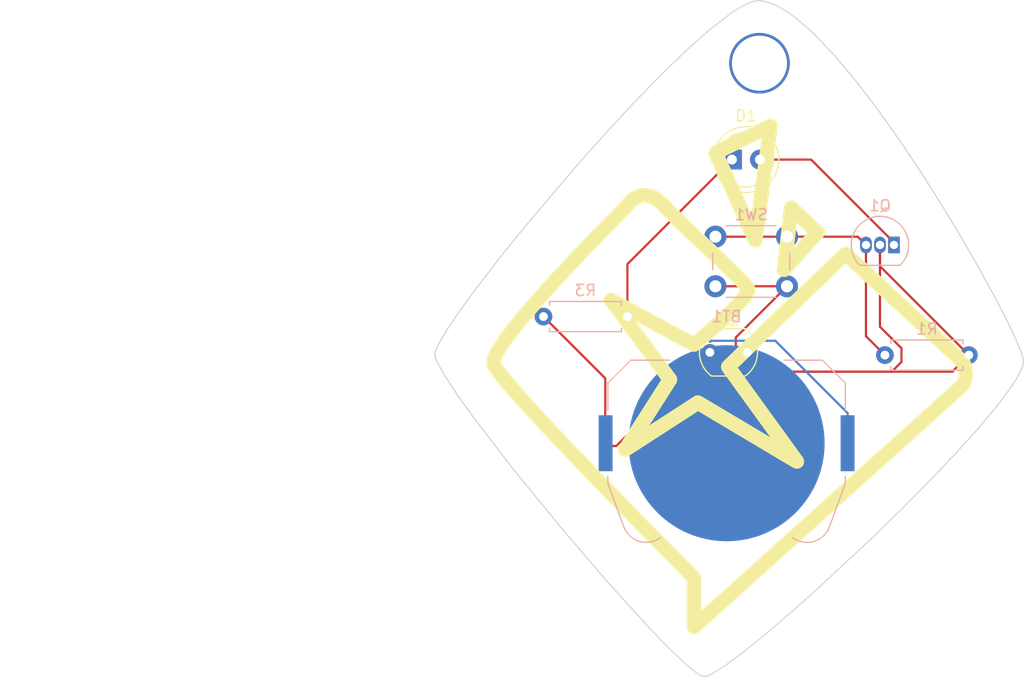
<source format=kicad_pcb>
(kicad_pcb (version 20241229) (generator "pcbnew") (generator_version "9.0")
  (layers (0 "F.Cu" signal) (2 "B.Cu" signal) (13 "F.Paste" user) (15 "B.Paste" user) (5 "F.SilkS" user "F.Silkscreen") (7 "B.SilkS" user "B.Silkscreen") (1 "F.Mask" user) (3 "B.Mask" user) (25 "Edge.Cuts" user))
  (net 0 "")
  (net 1 "Net-(BT1--)")
  (net 2 "Net-(BT1-+)")
  (net 3 "Net-(D1-K)")
  (net 4 "Net-(D1-A)")
  (net 5 "Net-(Q1-B)")
  (net 6 "Net-(Q1-E)")
  (footprint "OptoDevice:R_LDR_5.1x4.3mm_P3.4mm_Vertical" (layer "F.Cu") (at 226.25 69.25)
    (property "Reference" "R2" (at 1.7 -2.9 0) (layer "F.SilkS"))
    (property "Value" "R_Photo")
    (fp_line (start 0.15 -2.15) (end 3.2 -2.15) (stroke (width 0.12)) (layer "F.SilkS"))
    (fp_line (start 0.15 2.15) (end 3.2 2.15) (stroke (width 0.12)) (layer "F.SilkS"))
    (fp_arc (start 0.15 2.15) (mid -0.950438 -0.013368) (end 0.171766 -2.165525) (stroke (width 0.12)) (layer "F.SilkS"))
    (fp_arc (start 3.2 -2.15) (mid 4.321403 -0.027338) (end 3.244513 2.118249) (stroke (width 0.12)) (layer "F.SilkS"))
    (pad "1" thru_hole circle (at 0 0) (size 1.5 1.5) (drill 0.8) (layers "*.Cu" "*.Mask") (net 2 "Net-(BT1-+)"))
    (pad "2" thru_hole circle (at 3.4 0) (size 1.5 1.5) (drill 0.8) (layers "*.Cu" "*.Mask") (net 5 "Net-(Q1-B)"))
  )
  (footprint "LED_THT:LED_D5.0mm" (layer "F.Cu") (at 228.25 51.75)
    (property "Reference" "D1" (at 1.27 -3.96 0) (layer "F.SilkS"))
    (property "Value" "LED")
    (fp_line (start -1.29 -1.545) (end -1.29 1.545) (stroke (width 0.12)) (layer "F.SilkS"))
    (fp_arc (start -1.29 -1.54483) (mid 2.071779 -2.880495) (end 4.26 0) (stroke (width 0.12)) (layer "F.SilkS"))
    (fp_arc (start 4.26 0) (mid 2.071779 2.880495) (end -1.29 1.54483) (stroke (width 0.12)) (layer "F.SilkS"))
    (fp_circle (center 1.27 0) (end 3.77 0) (stroke (width 0.12)) (fill no) (layer "F.SilkS"))
    (pad "1" thru_hole rect (at 0 0) (size 1.8 1.8) (drill 0.9) (layers "*.Cu" "*.Mask") (net 3 "Net-(D1-K)"))
    (pad "2" thru_hole circle (at 2.54 0) (size 1.8 1.8) (drill 0.9) (layers "*.Cu" "*.Mask") (net 4 "Net-(D1-A)"))
  )
  (footprint "Package_TO_SOT_THT:TO-92_Inline" (layer "B.Cu") (at 242.96 59.5 180)
    (property "Reference" "Q1" (at 1.27 3.56 0) (layer "B.SilkS") (effects (justify mirror)))
    (property "Value" "BC547")
    (fp_line (start -0.53 -1.85) (end 3.07 -1.85) (stroke (width 0.12)) (layer "B.SilkS"))
    (fp_arc (start 3.108478 -1.838478) (mid 3.672087 0.994977) (end 1.27 2.6) (stroke (width 0.12)) (layer "B.SilkS"))
    (fp_arc (start 1.27 2.6) (mid -1.132087 0.994977) (end -0.568478 -1.838478) (stroke (width 0.12)) (layer "B.SilkS"))
    (pad "1" thru_hole rect (at 0 0 180) (size 1.05 1.5) (drill 0.75) (layers "*.Cu" "*.Mask") (net 4 "Net-(D1-A)"))
    (pad "2" thru_hole oval (at 1.27 0 180) (size 1.05 1.5) (drill 0.75) (layers "*.Cu" "*.Mask") (net 5 "Net-(Q1-B)"))
    (pad "3" thru_hole oval (at 2.54 0 180) (size 1.05 1.5) (drill 0.75) (layers "*.Cu" "*.Mask") (net 6 "Net-(Q1-E)"))
  )
  (footprint "Resistor_THT:R_Axial_DIN0207_L6.3mm_D2.5mm_P7.62mm_Horizontal" (layer "B.Cu") (at 249.76 69.5 180)
    (property "Reference" "R1" (at 3.81 2.37 0) (layer "B.SilkS") (effects (justify mirror)))
    (property "Value" "R")
    (fp_line (start 7.08 1.37) (end 7.08 1.04) (stroke (width 0.12)) (layer "B.SilkS"))
    (fp_line (start 7.08 -1.37) (end 7.08 -1.04) (stroke (width 0.12)) (layer "B.SilkS"))
    (fp_line (start 0.54 1.37) (end 7.08 1.37) (stroke (width 0.12)) (layer "B.SilkS"))
    (fp_line (start 0.54 1.04) (end 0.54 1.37) (stroke (width 0.12)) (layer "B.SilkS"))
    (fp_line (start 0.54 -1.04) (end 0.54 -1.37) (stroke (width 0.12)) (layer "B.SilkS"))
    (fp_line (start 0.54 -1.37) (end 7.08 -1.37) (stroke (width 0.12)) (layer "B.SilkS"))
    (pad "1" thru_hole circle (at 0 0 180) (size 1.6 1.6) (drill 0.8) (layers "*.Cu" "*.Mask") (net 5 "Net-(Q1-B)"))
    (pad "2" thru_hole circle (at 7.62 0 180) (size 1.6 1.6) (drill 0.8) (layers "*.Cu" "*.Mask") (net 6 "Net-(Q1-E)"))
  )
  (footprint "Battery:BatteryHolder_Keystone_3034_1x20mm" (layer "B.Cu") (at 227.765 77.5 180)
    (property "Reference" "BT1" (at 0 11.5 0) (layer "B.SilkS") (effects (justify mirror)))
    (property "Value" "Battery_Cell")
    (fp_line (start 10.78 5.46) (end 10.78 3) (stroke (width 0.12)) (layer "B.SilkS"))
    (fp_line (start 10.78 -3) (end 10.78 -3.63) (stroke (width 0.12)) (layer "B.SilkS"))
    (fp_line (start 10.78 -3.63) (end 9.34 -7.58) (stroke (width 0.12)) (layer "B.SilkS"))
    (fp_line (start 8.7 7.54) (end 10.78 5.46) (stroke (width 0.12)) (layer "B.SilkS"))
    (fp_line (start 8.7 7.54) (end 5.2 7.54) (stroke (width 0.12)) (layer "B.SilkS"))
    (fp_line (start -5.2 7.54) (end -8.7 7.54) (stroke (width 0.12)) (layer "B.SilkS"))
    (fp_line (start -8.7 7.54) (end -10.78 5.46) (stroke (width 0.12)) (layer "B.SilkS"))
    (fp_line (start -10.78 5.46) (end -10.78 3) (stroke (width 0.12)) (layer "B.SilkS"))
    (fp_line (start -10.78 -3) (end -10.78 -3.63) (stroke (width 0.12)) (layer "B.SilkS"))
    (fp_line (start -10.78 -3.63) (end -9.34 -7.58) (stroke (width 0.12)) (layer "B.SilkS"))
    (fp_arc (start 6 -8.55) (mid 7.90634 -8.911669) (end 9.325243 -7.588169) (stroke (width 0.12)) (layer "B.SilkS"))
    (fp_arc (start -9.34 -7.58) (mid -7.921654 -8.918738) (end -6.003354 -8.56653) (stroke (width 0.12)) (layer "B.SilkS"))
    (pad "1" smd rect (at -10.985 0 180) (size 1.27 5.08) (layers "B.Cu" "B.Mask" "B.Paste") (net 2 "Net-(BT1-+)"))
    (pad "1" smd rect (at 10.985 0 180) (size 1.27 5.08) (layers "B.Cu" "B.Mask" "B.Paste") (net 2 "Net-(BT1-+)"))
    (pad "2" smd circle (at 0 0 180) (size 17.8 17.8) (layers "B.Cu" "B.Mask") (net 1 "Net-(BT1--)"))
  )
  (footprint "Resistor_THT:R_Axial_DIN0207_L6.3mm_D2.5mm_P7.62mm_Horizontal" (layer "B.Cu") (at 218.76 66 180)
    (property "Reference" "R3" (at 3.81 2.37 0) (layer "B.SilkS") (effects (justify mirror)))
    (property "Value" "R")
    (fp_line (start 7.08 1.37) (end 7.08 1.04) (stroke (width 0.12)) (layer "B.SilkS"))
    (fp_line (start 7.08 -1.37) (end 7.08 -1.04) (stroke (width 0.12)) (layer "B.SilkS"))
    (fp_line (start 0.54 1.37) (end 7.08 1.37) (stroke (width 0.12)) (layer "B.SilkS"))
    (fp_line (start 0.54 1.04) (end 0.54 1.37) (stroke (width 0.12)) (layer "B.SilkS"))
    (fp_line (start 0.54 -1.04) (end 0.54 -1.37) (stroke (width 0.12)) (layer "B.SilkS"))
    (fp_line (start 0.54 -1.37) (end 7.08 -1.37) (stroke (width 0.12)) (layer "B.SilkS"))
    (pad "1" thru_hole circle (at 0 0 180) (size 1.6 1.6) (drill 0.8) (layers "*.Cu" "*.Mask") (net 3 "Net-(D1-K)"))
    (pad "2" thru_hole circle (at 7.62 0 180) (size 1.6 1.6) (drill 0.8) (layers "*.Cu" "*.Mask") (net 2 "Net-(BT1-+)"))
  )
  (footprint "Button_Switch_THT:SW_PUSH_6mm" (layer "B.Cu") (at 233.25 58.75 180)
    (property "Reference" "SW1" (at 3.25 2 0) (layer "B.SilkS") (effects (justify mirror)))
    (property "Value" "SW_Push")
    (fp_line (start 6.75 -3) (end 6.75 -1.5) (stroke (width 0.12)) (layer "B.SilkS"))
    (fp_line (start 5.5 1) (end 1 1) (stroke (width 0.12)) (layer "B.SilkS"))
    (fp_line (start 1 -5.5) (end 5.5 -5.5) (stroke (width 0.12)) (layer "B.SilkS"))
    (fp_line (start -0.25 -1.5) (end -0.25 -3) (stroke (width 0.12)) (layer "B.SilkS"))
    (pad "1" thru_hole circle (at 0 0 90) (size 2 2) (drill 1.1) (layers "*.Cu" "*.Mask") (net 6 "Net-(Q1-E)"))
    (pad "1" thru_hole circle (at 6.5 0 90) (size 2 2) (drill 1.1) (layers "*.Cu" "*.Mask") (net 6 "Net-(Q1-E)"))
    (pad "2" thru_hole circle (at 0 -4.5 90) (size 2 2) (drill 1.1) (layers "*.Cu" "*.Mask") (net 1 "Net-(BT1--)"))
    (pad "2" thru_hole circle (at 6.5 -4.5 90) (size 2 2) (drill 1.1) (layers "*.Cu" "*.Mask") (net 1 "Net-(BT1--)"))
  )
  (gr_poly (pts (xy 230.376108 59.07595) (xy 226.754387 51.130036) (xy 231.752365 48.674039)) (stroke (width 1.322916) (color 255 255 255 1)) (fill no) (layer "F.SilkS"))
  (gr_poly (pts (xy 236.026049 58.353584) (xy 232.98387 61.748665) (xy 233.635537 56.114283)) (stroke (width 1.322916) (color 255 255 255 1)) (fill no) (layer "F.SilkS"))
  (gr_poly (pts (xy 220.5 55) (xy 220.629399 55.020752) (xy 220.761971 55.052792) (xy 220.897721 55.096667) (xy 221.036656 55.152925) (xy 221.17878 55.22211) (xy 221.3241 55.304769) (xy 221.472621 55.40145) (xy 221.62435 55.512697) (xy 221.779292 55.639057) (xy 221.937453 55.781078) (xy 222.098839 55.939304) (xy 222.263455 56.114283) (xy 222.670691 56.548614) (xy 223.147553 57.032466) (xy 224.257224 58.109791) (xy 226.729854 60.430356) (xy 227.881093 61.517839) (xy 228.834471 62.452952) (xy 229.20388 62.839032) (xy 229.484127 63.157815) (xy 229.661979 63.399567) (xy 229.708372 63.488514) (xy 229.724203 63.554552) (xy 229.710074 63.65147) (xy 229.668887 63.765279) (xy 229.602447 63.89467) (xy 229.512558 64.038331) (xy 229.269647 64.363232) (xy 228.954584 64.729506) (xy 228.5818 65.126677) (xy 228.165724 65.544271) (xy 227.720788 65.971811) (xy 227.261422 66.398822) (xy 226.357119 67.209355) (xy 225.568259 67.892066) (xy 224.79864 68.538799) (xy 217.265477 64.49361) (xy 222.625618 71.717157) (xy 218.569291 78.073746) (xy 225.160828 73.811972) (xy 234.142742 79.15748) (xy 227.913315 70.56138) (xy 238.561287 60.30396) (xy 249.209179 70.127966) (xy 249.246101 70.189428) (xy 249.283645 70.272694) (xy 249.320623 70.375078) (xy 249.355847 70.49389) (xy 249.388129 70.626444) (xy 249.41628 70.770052) (xy 249.439113 70.922026) (xy 249.455438 71.079678) (xy 249.464067 71.240321) (xy 249.463812 71.401268) (xy 249.453486 71.55983) (xy 249.431899 71.71332) (xy 249.416511 71.787322) (xy 249.397863 71.859049) (xy 249.375805 71.928164) (xy 249.35019 71.994332) (xy 249.320868 72.057215) (xy 249.287691 72.116479) (xy 249.250511 72.171787) (xy 249.209179 72.222803) (xy 224.79864 94.182373) (xy 224.79864 89.703773) (xy 222.029154 86.921579) (xy 215.898259 80.665309) (xy 212.593014 77.21423) (xy 209.672294 74.070435) (xy 208.483722 72.736247) (xy 207.544391 71.625856) (xy 206.905338 70.788253) (xy 206.714364 70.487056) (xy 206.617599 70.272428) (xy 206.607274 70.072928) (xy 206.668264 69.815825) (xy 206.795915 69.505312) (xy 206.985572 69.145583) (xy 207.532279 68.295247) (xy 208.271142 67.29836) (xy 209.16492 66.188463) (xy 210.176368 64.9991) (xy 212.403304 62.516148) (xy 214.654008 60.117847) (xy 216.630536 58.072541) (xy 218.569291 56.114283) (xy 218.706686 55.934055) (xy 218.856329 55.75746) (xy 219.018268 55.58887) (xy 219.192548 55.432654) (xy 219.379215 55.293185) (xy 219.477209 55.231095) (xy 219.578318 55.174832) (xy 219.682546 55.12494) (xy 219.789901 55.081966) (xy 219.900387 55.046457) (xy 220.014011 55.018958) (xy 220.130779 55.000017) (xy 220.250695 54.990179) (xy 220.373767 54.989992)) (stroke (width 1.322916) (color 255 255 255 1)) (fill no) (layer "F.SilkS"))
  (gr_poly (pts (xy 231.514335 37.457279) (xy 232.278513 37.763391) (xy 233.087349 38.219264) (xy 233.936114 38.814543) (xy 234.820083 39.53887) (xy 235.734528 40.381887) (xy 237.635942 42.382567) (xy 239.602542 44.733727) (xy 241.596516 47.352509) (xy 243.580051 50.156058) (xy 245.515332 53.061516) (xy 247.364548 55.986028) (xy 249.089884 58.846737) (xy 250.653528 61.560787) (xy 252.017666 64.04532) (xy 253.144485 66.217481) (xy 253.996172 67.994414) (xy 254.534914 69.293261) (xy 254.722898 70.031166) (xy 254.646479 70.47136) (xy 254.423425 71.024705) (xy 254.063045 71.682822) (xy 253.574645 72.437335) (xy 252.251012 74.202038) (xy 250.526982 76.251798) (xy 248.477011 78.519595) (xy 246.175554 80.938413) (xy 243.697066 83.441231) (xy 241.116003 85.961034) (xy 235.943974 90.783519) (xy 233.501919 92.952165) (xy 231.255111 94.869723) (xy 229.278006 96.469175) (xy 227.645058 97.683503) (xy 226.430724 98.445688) (xy 226.003804 98.636285) (xy 225.709459 98.688713) (xy 225.428348 98.594315) (xy 225.040016 98.356078) (xy 223.972128 97.484471) (xy 222.566675 96.146662) (xy 220.884535 94.415419) (xy 216.933707 90.063704) (xy 212.606675 85.011475) (xy 208.390469 79.840877) (xy 204.772119 75.134059) (xy 203.339336 73.136488) (xy 202.238654 71.473167) (xy 201.53095 70.216865) (xy 201.343489 69.764086) (xy 201.277103 69.44035) (xy 201.34527 69.106521) (xy 201.550905 68.624448) (xy 202.341642 67.257576) (xy 203.583438 65.423737) (xy 205.210416 63.206934) (xy 207.156702 60.69117) (xy 209.356418 57.960449) (xy 214.252639 52.190147) (xy 216.817391 49.318572) (xy 219.372069 46.568054) (xy 221.850799 44.022593) (xy 224.187702 41.766195) (xy 226.316904 39.882862) (xy 228.172528 38.456598) (xy 228.977162 37.941117) (xy 229.688698 37.571405) (xy 230.298902 37.357961) (xy 230.799539 37.311287)) (stroke (width 0) (color 255 255 255 1)) (fill no) (layer "Edge.Cuts"))
  (via (at 230.75 43) (size 5.5) (drill 5) (layers "F.Cu" "B.Cu") (net 0))
  (segment (start 226.75 63.25) (end 233.25 63.25) (width 0.2) (layer "F.Cu") (net 1))
  (segment (start 228.599 76.599) (end 231.25 79.25) (width 0.2) (layer "F.Cu") (net 1))
  (segment (start 228.599 67.901) (end 233.25 63.25) (width 0.2) (layer "F.Cu") (net 1))
  (segment (start 228.599 76.599) (end 228.599 67.901) (width 0.2) (layer "F.Cu") (net 1))
  (segment (start 216.75 77.75) (end 217.75 77.75) (width 0.2) (layer "F.Cu") (net 2))
  (segment (start 211.14 66) (end 216.75 71.61) (width 0.2) (layer "F.Cu") (net 2))
  (segment (start 216.75 71.61) (end 216.75 77.75) (width 0.2) (layer "F.Cu") (net 2))
  (segment (start 217.75 77.75) (end 226.25 69.25) (width 0.2) (layer "F.Cu") (net 2))
  (segment (start 226.35 68.199) (end 226.25 68.299) (width 0.2) (layer "B.Cu") (net 2))
  (segment (start 238.75 77.5) (end 238.75 74.76) (width 0.2) (layer "B.Cu") (net 2))
  (segment (start 238.75 74.76) (end 232.189 68.199) (width 0.2) (layer "B.Cu") (net 2))
  (segment (start 232.189 68.199) (end 226.35 68.199) (width 0.2) (layer "B.Cu") (net 2))
  (segment (start 218.76 66) (end 218.76 61.24) (width 0.2) (layer "F.Cu") (net 3))
  (segment (start 218.76 61.24) (end 228.25 51.75) (width 0.2) (layer "F.Cu") (net 3))
  (segment (start 242.96 59.5) (end 242.96 59.275) (width 0.2) (layer "F.Cu") (net 4))
  (segment (start 235.435 51.75) (end 230.79 51.75) (width 0.2) (layer "F.Cu") (net 4))
  (segment (start 242.96 59.275) (end 235.435 51.75) (width 0.2) (layer "F.Cu") (net 4))
  (segment (start 249.76 69.5) (end 248.259 71.001) (width 0.2) (layer "F.Cu") (net 5))
  (segment (start 248.259 71.001) (end 231.401 71.001) (width 0.2) (layer "F.Cu") (net 5))
  (segment (start 242.761735 71.001) (end 231.401 71.001) (width 0.2) (layer "F.Cu") (net 5))
  (segment (start 241.69 61.43) (end 249.76 69.5) (width 0.2) (layer "F.Cu") (net 5))
  (segment (start 243.641 68.878265) (end 243.641 70.121735) (width 0.2) (layer "F.Cu") (net 5))
  (segment (start 243.641 70.121735) (end 242.761735 71.001) (width 0.2) (layer "F.Cu") (net 5))
  (segment (start 241.69 66.927265) (end 243.641 68.878265) (width 0.2) (layer "F.Cu") (net 5))
  (segment (start 241.69 59.5) (end 241.69 61.43) (width 0.2) (layer "F.Cu") (net 5))
  (segment (start 231.401 71.001) (end 229.65 69.25) (width 0.2) (layer "F.Cu") (net 5))
  (segment (start 241.69 59.5) (end 241.69 66.927265) (width 0.2) (layer "F.Cu") (net 5))
  (segment (start 242.14 69.5) (end 240.42 67.78) (width 0.2) (layer "F.Cu") (net 6))
  (segment (start 239.67 58.75) (end 240.42 59.5) (width 0.2) (layer "F.Cu") (net 6))
  (segment (start 233.25 58.75) (end 239.67 58.75) (width 0.2) (layer "F.Cu") (net 6))
  (segment (start 226.5 58.75) (end 233.25 58.75) (width 0.2) (layer "F.Cu") (net 6))
  (segment (start 226.75 58.75) (end 226.5 59) (width 0.2) (layer "F.Cu") (net 6))
  (segment (start 226.5 59) (end 226.25 59) (width 0.2) (layer "F.Cu") (net 6))
  (segment (start 226.25 59) (end 226.5 58.75) (width 0.2) (layer "F.Cu") (net 6))
  (segment (start 240.42 67.78) (end 240.42 59.5) (width 0.2) (layer "F.Cu") (net 6))
)
</source>
